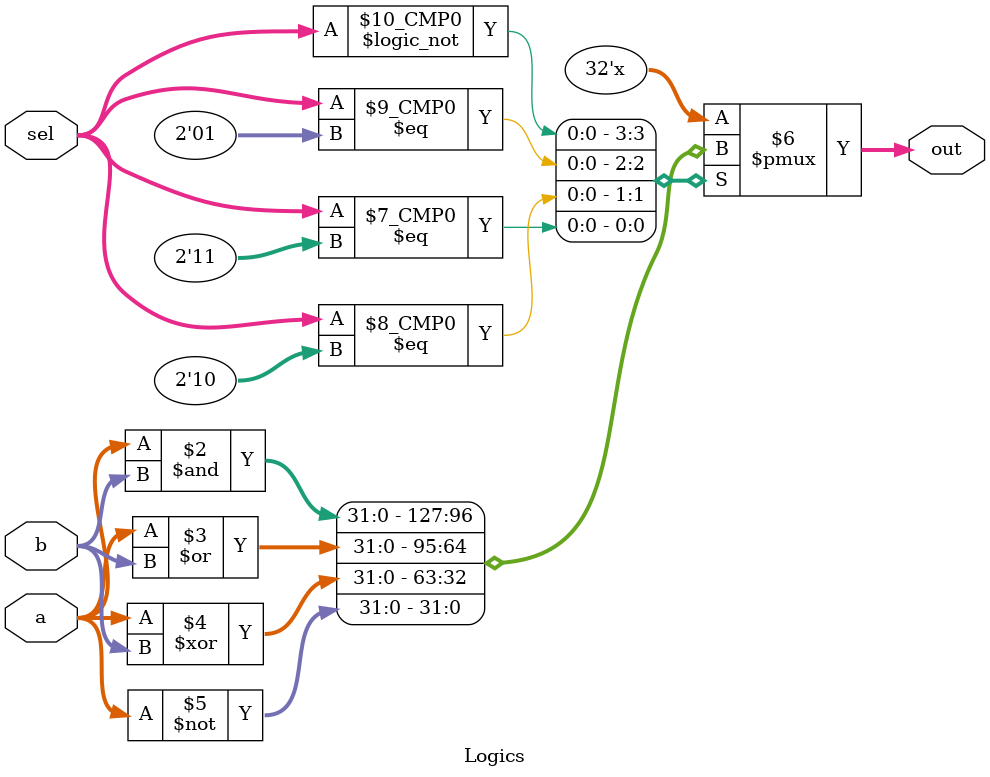
<source format=v>
module Logics #(
parameter WIDTH = 32
)(
input	      [WIDTH-1:0]		a,b,
input	      [1:0]			sel,
output	reg   [WIDTH-1:0]		out
);

always@*
	case(sel)
		2'b00	:	out	=	a&b;
		2'b01	:	out	=	a|b;
		2'b10	:	out	=	a^b;
		2'b11	:	out	=	~a;
	endcase
	
endmodule
</source>
